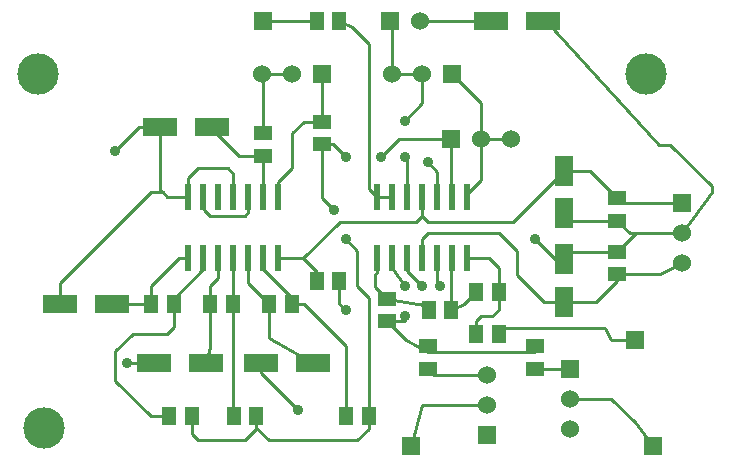
<source format=gtl>
%FSLAX34Y34*%
G04 Gerber Fmt 3.4, Leading zero omitted, Abs format*
G04 (created by PCBNEW (2014-02-26 BZR 4721)-product) date Monday, 21 March 2016 14:49:10*
%MOIN*%
G01*
G70*
G90*
G04 APERTURE LIST*
%ADD10C,0.005906*%
%ADD11R,0.118100X0.063000*%
%ADD12R,0.051200X0.059000*%
%ADD13R,0.063000X0.102400*%
%ADD14R,0.059000X0.051200*%
%ADD15R,0.060000X0.060000*%
%ADD16C,0.060000*%
%ADD17R,0.023600X0.086600*%
%ADD18C,0.137795*%
%ADD19C,0.035000*%
%ADD20C,0.010000*%
G04 APERTURE END LIST*
G54D10*
G54D11*
X46928Y-42125D03*
X45196Y-42125D03*
X50078Y-44094D03*
X48346Y-44094D03*
X53621Y-44094D03*
X51889Y-44094D03*
X50275Y-36220D03*
X48543Y-36220D03*
G54D12*
X54508Y-41338D03*
X53758Y-41338D03*
G54D11*
X59567Y-32677D03*
X61299Y-32677D03*
G54D13*
X62007Y-42047D03*
X62007Y-40629D03*
X62007Y-39094D03*
X62007Y-37676D03*
G54D14*
X63779Y-41123D03*
X63779Y-40373D03*
X63779Y-39351D03*
X63779Y-38601D03*
G54D15*
X65944Y-38763D03*
G54D16*
X65944Y-39763D03*
X65944Y-40763D03*
G54D15*
X56889Y-46850D03*
X64960Y-46850D03*
X64370Y-43307D03*
X51968Y-32677D03*
G54D14*
X51968Y-37186D03*
X51968Y-36436D03*
X57480Y-43522D03*
X57480Y-44272D03*
X61023Y-43522D03*
X61023Y-44272D03*
G54D12*
X48997Y-42125D03*
X48247Y-42125D03*
X50965Y-42125D03*
X50215Y-42125D03*
X52934Y-42125D03*
X52184Y-42125D03*
X55493Y-45866D03*
X54743Y-45866D03*
G54D14*
X53937Y-36792D03*
X53937Y-36042D03*
G54D12*
X49587Y-45866D03*
X48837Y-45866D03*
X51752Y-45866D03*
X51002Y-45866D03*
G54D14*
X56102Y-41947D03*
X56102Y-42697D03*
G54D12*
X58249Y-42322D03*
X57499Y-42322D03*
X59823Y-41732D03*
X59073Y-41732D03*
X59823Y-43110D03*
X59073Y-43110D03*
X53758Y-32677D03*
X54508Y-32677D03*
G54D15*
X59448Y-46472D03*
G54D16*
X59448Y-45472D03*
X59448Y-44472D03*
G54D15*
X62204Y-44275D03*
G54D16*
X62204Y-45275D03*
X62204Y-46275D03*
G54D15*
X53952Y-34448D03*
G54D16*
X52952Y-34448D03*
X51952Y-34448D03*
G54D15*
X58251Y-36614D03*
G54D16*
X59251Y-36614D03*
X60251Y-36614D03*
G54D15*
X58283Y-34448D03*
G54D16*
X57283Y-34448D03*
X56283Y-34448D03*
G54D15*
X56192Y-32677D03*
G54D16*
X57192Y-32677D03*
G54D17*
X49484Y-40589D03*
X49984Y-40589D03*
X50484Y-40589D03*
X50984Y-40589D03*
X51484Y-40589D03*
X51984Y-40589D03*
X52484Y-40589D03*
X52484Y-38543D03*
X51984Y-38543D03*
X51484Y-38543D03*
X50984Y-38543D03*
X50484Y-38543D03*
X49984Y-38543D03*
X49484Y-38543D03*
X55783Y-40589D03*
X56283Y-40589D03*
X56783Y-40589D03*
X57283Y-40589D03*
X57783Y-40589D03*
X58283Y-40589D03*
X58783Y-40589D03*
X58783Y-38543D03*
X58283Y-38543D03*
X57783Y-38543D03*
X57283Y-38543D03*
X56783Y-38543D03*
X56283Y-38543D03*
X55783Y-38543D03*
G54D18*
X44472Y-34444D03*
X44669Y-46255D03*
X64748Y-34444D03*
G54D19*
X61023Y-39960D03*
X57874Y-41535D03*
X57283Y-41535D03*
X54724Y-42322D03*
X53149Y-45669D03*
X47440Y-44094D03*
X47047Y-37007D03*
X57480Y-37401D03*
X55905Y-37204D03*
X54724Y-37204D03*
X54330Y-38976D03*
X54724Y-39960D03*
X56692Y-41535D03*
X56692Y-42519D03*
X56692Y-36023D03*
X56692Y-37204D03*
G54D20*
X62007Y-42047D02*
X61338Y-42047D01*
X57283Y-39960D02*
X57283Y-40589D01*
X57480Y-39763D02*
X57283Y-39960D01*
X59842Y-39763D02*
X57480Y-39763D01*
X60433Y-40354D02*
X59842Y-39763D01*
X60433Y-41141D02*
X60433Y-40354D01*
X61338Y-42047D02*
X60433Y-41141D01*
X63779Y-41123D02*
X65191Y-41123D01*
X65191Y-41123D02*
X65944Y-40763D01*
X63779Y-41123D02*
X63779Y-41338D01*
X63070Y-42047D02*
X62007Y-42047D01*
X63779Y-41338D02*
X63070Y-42047D01*
X53758Y-41338D02*
X53758Y-41041D01*
X53758Y-41041D02*
X53307Y-40589D01*
X57283Y-38543D02*
X57283Y-39173D01*
X57283Y-39173D02*
X57086Y-39370D01*
X53307Y-40589D02*
X52484Y-40589D01*
X54527Y-39370D02*
X53307Y-40589D01*
X57086Y-39370D02*
X54527Y-39370D01*
X65944Y-38763D02*
X63941Y-38763D01*
X62854Y-37676D02*
X62007Y-37676D01*
X63941Y-38763D02*
X62854Y-37676D01*
X60314Y-39370D02*
X62007Y-37676D01*
X57480Y-39370D02*
X60314Y-39370D01*
X57283Y-39173D02*
X57480Y-39370D01*
X62007Y-40629D02*
X61692Y-40629D01*
X61692Y-40629D02*
X61023Y-39960D01*
X57783Y-40589D02*
X57783Y-41444D01*
X57783Y-41444D02*
X57874Y-41535D01*
X56783Y-40589D02*
X56783Y-41035D01*
X56783Y-41035D02*
X57283Y-41535D01*
X61299Y-32677D02*
X61417Y-32677D01*
X66929Y-38385D02*
X65944Y-39763D01*
X66929Y-38188D02*
X66929Y-38385D01*
X65551Y-36811D02*
X66929Y-38188D01*
X65157Y-36811D02*
X65551Y-36811D01*
X61417Y-32677D02*
X65157Y-36811D01*
X54508Y-41338D02*
X54508Y-42107D01*
X54508Y-42107D02*
X54724Y-42322D01*
X51889Y-44094D02*
X51889Y-44409D01*
X51889Y-44409D02*
X53149Y-45669D01*
X48346Y-44094D02*
X47440Y-44094D01*
X45196Y-42125D02*
X45196Y-41417D01*
X48228Y-38385D02*
X48622Y-38385D01*
X45196Y-41417D02*
X48228Y-38385D01*
X49484Y-38543D02*
X48780Y-38543D01*
X48543Y-38307D02*
X48543Y-36220D01*
X48780Y-38543D02*
X48622Y-38385D01*
X48622Y-38385D02*
X48543Y-38307D01*
X48543Y-36220D02*
X47834Y-36220D01*
X47834Y-36220D02*
X47047Y-37007D01*
X57783Y-38543D02*
X57783Y-37704D01*
X57783Y-37704D02*
X57480Y-37401D01*
X49484Y-38543D02*
X49484Y-37917D01*
X50984Y-37795D02*
X50984Y-38543D01*
X50787Y-37598D02*
X50984Y-37795D01*
X49803Y-37598D02*
X50787Y-37598D01*
X49484Y-37917D02*
X49803Y-37598D01*
X63779Y-40373D02*
X62264Y-40373D01*
X62264Y-40373D02*
X62007Y-40629D01*
X63779Y-39351D02*
X62264Y-39351D01*
X62264Y-39351D02*
X62007Y-39094D01*
X64388Y-39763D02*
X64191Y-39763D01*
X64191Y-39763D02*
X63779Y-39351D01*
X65944Y-39763D02*
X64388Y-39763D01*
X64388Y-39763D02*
X63779Y-40373D01*
X48247Y-42125D02*
X46928Y-42125D01*
X48247Y-42125D02*
X48247Y-41516D01*
X49173Y-40589D02*
X49484Y-40589D01*
X48247Y-41516D02*
X49173Y-40589D01*
X50215Y-42125D02*
X50215Y-43563D01*
X50215Y-43563D02*
X50078Y-44094D01*
X50484Y-40589D02*
X50484Y-41248D01*
X50215Y-41516D02*
X50215Y-42125D01*
X50484Y-41248D02*
X50215Y-41516D01*
X52184Y-42125D02*
X52184Y-43247D01*
X52184Y-43247D02*
X53621Y-44094D01*
X51484Y-40589D02*
X51484Y-41426D01*
X51484Y-41426D02*
X52184Y-42125D01*
X51968Y-37186D02*
X51162Y-37186D01*
X50275Y-36299D02*
X50275Y-36220D01*
X51162Y-37186D02*
X50275Y-36299D01*
X51984Y-38543D02*
X51984Y-37201D01*
X51984Y-37201D02*
X51968Y-37186D01*
X57192Y-32677D02*
X59567Y-32677D01*
X56889Y-46850D02*
X57283Y-45472D01*
X57283Y-45472D02*
X59448Y-45472D01*
X62204Y-45275D02*
X63582Y-45275D01*
X64370Y-46062D02*
X64960Y-46850D01*
X63582Y-45275D02*
X64370Y-46062D01*
X59823Y-42913D02*
X63385Y-42913D01*
X63582Y-43307D02*
X64370Y-43307D01*
X63385Y-42913D02*
X63582Y-43307D01*
X51968Y-32677D02*
X53758Y-32677D01*
X51952Y-34448D02*
X52952Y-34448D01*
X51968Y-36436D02*
X51968Y-34464D01*
X51968Y-34464D02*
X51952Y-34448D01*
X58251Y-36614D02*
X58251Y-38512D01*
X58251Y-38512D02*
X58283Y-38543D01*
X53937Y-36792D02*
X54312Y-36792D01*
X56496Y-36614D02*
X58251Y-36614D01*
X55905Y-37204D02*
X56496Y-36614D01*
X54312Y-36792D02*
X54724Y-37204D01*
X55493Y-44900D02*
X55493Y-41910D01*
X53937Y-38582D02*
X53937Y-36792D01*
X54330Y-38976D02*
X53937Y-38582D01*
X55118Y-40354D02*
X54724Y-39960D01*
X55118Y-41535D02*
X55118Y-40354D01*
X55493Y-41910D02*
X55118Y-41535D01*
X55493Y-45866D02*
X55493Y-44900D01*
X51752Y-45866D02*
X51752Y-46241D01*
X55493Y-46278D02*
X55493Y-45866D01*
X55118Y-46653D02*
X55493Y-46278D01*
X52165Y-46653D02*
X55118Y-46653D01*
X51752Y-46241D02*
X52165Y-46653D01*
X49587Y-45866D02*
X49587Y-46437D01*
X51752Y-46278D02*
X51752Y-45866D01*
X51377Y-46653D02*
X51752Y-46278D01*
X49803Y-46653D02*
X51377Y-46653D01*
X49587Y-46437D02*
X49803Y-46653D01*
X50965Y-42125D02*
X50965Y-45828D01*
X50965Y-45828D02*
X51002Y-45866D01*
X50984Y-40589D02*
X50984Y-42107D01*
X50984Y-42107D02*
X50965Y-42125D01*
X56102Y-41947D02*
X57320Y-42144D01*
X57320Y-42144D02*
X57499Y-42322D01*
X55783Y-40589D02*
X55783Y-41066D01*
X55708Y-41554D02*
X56102Y-41947D01*
X55708Y-41141D02*
X55708Y-41554D01*
X55783Y-41066D02*
X55708Y-41141D01*
X56102Y-42697D02*
X56711Y-42697D01*
X56283Y-40929D02*
X56283Y-40589D01*
X56692Y-41535D02*
X56283Y-40929D01*
X56711Y-42697D02*
X56692Y-42519D01*
X57480Y-43719D02*
X56730Y-43325D01*
X56730Y-43325D02*
X56102Y-42697D01*
X61023Y-43719D02*
X57480Y-43719D01*
X58249Y-42322D02*
X58680Y-42125D01*
X58680Y-42125D02*
X59073Y-41732D01*
X58249Y-42322D02*
X58249Y-40624D01*
X58249Y-40624D02*
X58283Y-40589D01*
X59823Y-41732D02*
X59823Y-42304D01*
X59073Y-42697D02*
X59073Y-43110D01*
X59251Y-42519D02*
X59073Y-42697D01*
X59608Y-42519D02*
X59251Y-42519D01*
X59823Y-42304D02*
X59608Y-42519D01*
X58783Y-40589D02*
X59487Y-40589D01*
X59823Y-40926D02*
X59823Y-41732D01*
X59487Y-40589D02*
X59823Y-40926D01*
X55783Y-38543D02*
X56283Y-38543D01*
X54508Y-32677D02*
X54921Y-32874D01*
X55511Y-38272D02*
X55783Y-38543D01*
X55511Y-33464D02*
X55511Y-38272D01*
X54921Y-32874D02*
X55511Y-33464D01*
X59448Y-44472D02*
X57680Y-44472D01*
X57680Y-44472D02*
X57480Y-44272D01*
X62204Y-44275D02*
X61026Y-44275D01*
X61026Y-44275D02*
X61023Y-44272D01*
X48228Y-43110D02*
X47637Y-43110D01*
X48997Y-42894D02*
X48781Y-43110D01*
X48781Y-43110D02*
X48228Y-43110D01*
X48997Y-42125D02*
X48997Y-42894D01*
X48228Y-45866D02*
X48837Y-45866D01*
X47047Y-44685D02*
X48228Y-45866D01*
X47047Y-43700D02*
X47047Y-44685D01*
X47637Y-43110D02*
X47047Y-43700D01*
X49984Y-40589D02*
X49984Y-40960D01*
X48997Y-41947D02*
X48997Y-42125D01*
X49984Y-40960D02*
X48997Y-41947D01*
X52934Y-42125D02*
X53346Y-42125D01*
X54743Y-43522D02*
X54743Y-45866D01*
X53346Y-42125D02*
X54743Y-43522D01*
X51984Y-40589D02*
X51984Y-40960D01*
X52934Y-41910D02*
X52934Y-42125D01*
X51984Y-40960D02*
X52934Y-41910D01*
X53937Y-36042D02*
X53327Y-36042D01*
X52484Y-38066D02*
X52484Y-38543D01*
X52952Y-37598D02*
X52484Y-38066D01*
X52952Y-36417D02*
X52952Y-37598D01*
X53327Y-36042D02*
X52952Y-36417D01*
X53937Y-36042D02*
X53937Y-34464D01*
X53937Y-34464D02*
X53952Y-34448D01*
X59251Y-36614D02*
X59251Y-35433D01*
X58661Y-34842D02*
X58283Y-34448D01*
X59251Y-35433D02*
X58661Y-34842D01*
X59251Y-36614D02*
X60251Y-36614D01*
X58783Y-38543D02*
X58783Y-38460D01*
X59251Y-37992D02*
X59251Y-36614D01*
X58783Y-38460D02*
X59251Y-37992D01*
X56783Y-38543D02*
X56783Y-37295D01*
X57283Y-35433D02*
X57283Y-34448D01*
X56692Y-36023D02*
X57283Y-35433D01*
X56783Y-37295D02*
X56692Y-37204D01*
X56283Y-34448D02*
X57283Y-34448D01*
X56283Y-34448D02*
X56283Y-32767D01*
X56283Y-32767D02*
X56192Y-32677D01*
X51484Y-38543D02*
X51484Y-39066D01*
X50000Y-38976D02*
X49984Y-38543D01*
X50196Y-39173D02*
X50000Y-38976D01*
X51377Y-39173D02*
X50196Y-39173D01*
X51484Y-39066D02*
X51377Y-39173D01*
M02*

</source>
